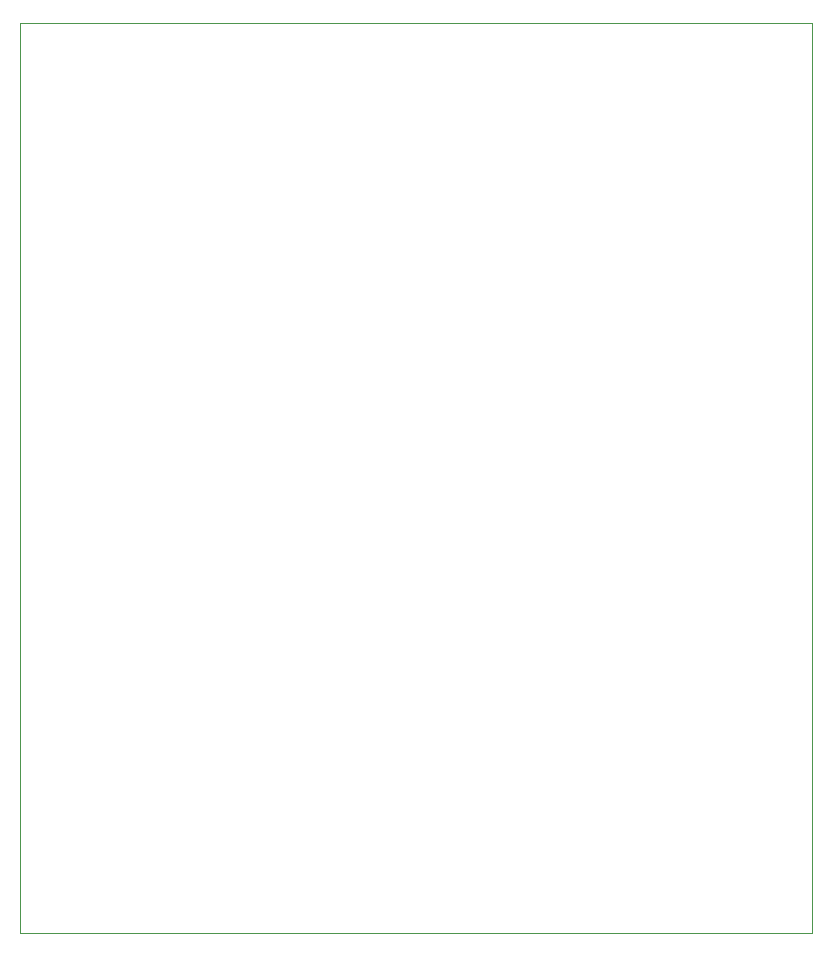
<source format=gbr>
%TF.GenerationSoftware,KiCad,Pcbnew,(6.0.2)*%
%TF.CreationDate,2022-12-12T00:50:53-06:00*%
%TF.ProjectId,CGA2SCart,43474132-5343-4617-9274-2e6b69636164,rev?*%
%TF.SameCoordinates,Original*%
%TF.FileFunction,Profile,NP*%
%FSLAX46Y46*%
G04 Gerber Fmt 4.6, Leading zero omitted, Abs format (unit mm)*
G04 Created by KiCad (PCBNEW (6.0.2)) date 2022-12-12 00:50:53*
%MOMM*%
%LPD*%
G01*
G04 APERTURE LIST*
%TA.AperFunction,Profile*%
%ADD10C,0.100000*%
%TD*%
G04 APERTURE END LIST*
D10*
X166000000Y-65000000D02*
X166000000Y-124000000D01*
X99000000Y-124000000D02*
X99000000Y-47000000D01*
X166000000Y-47000000D02*
X166000000Y-65000000D01*
X99000000Y-47000000D02*
X166000000Y-47000000D01*
X166000000Y-124000000D02*
X99000000Y-124000000D01*
M02*

</source>
